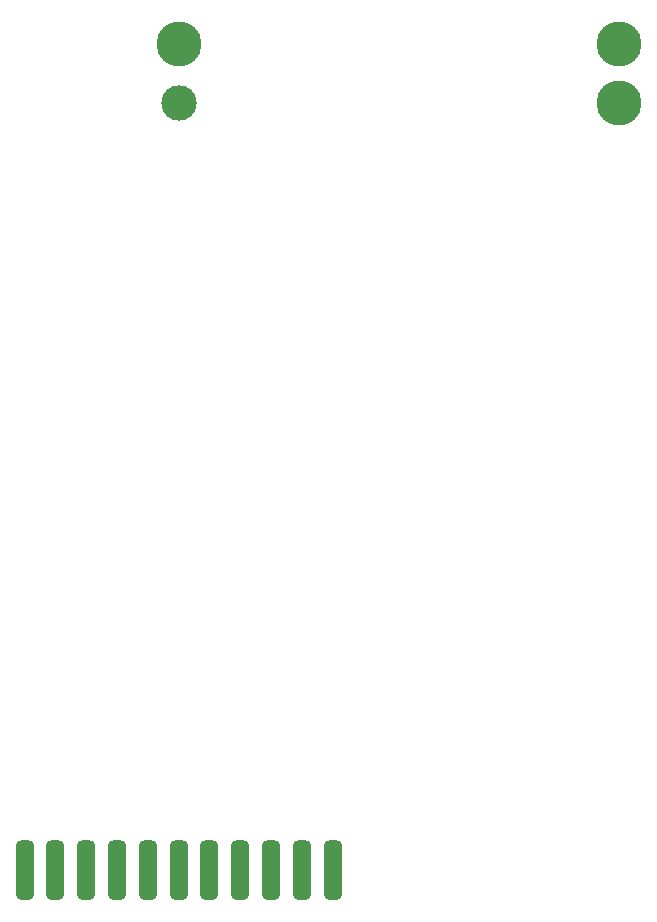
<source format=gbs>
G04 #@! TF.GenerationSoftware,KiCad,Pcbnew,7.0.7*
G04 #@! TF.CreationDate,2024-12-02T13:55:21+01:00*
G04 #@! TF.ProjectId,Finger_FSR_V1_height,46696e67-6572-45f4-9653-525f56315f68,rev?*
G04 #@! TF.SameCoordinates,Original*
G04 #@! TF.FileFunction,Soldermask,Bot*
G04 #@! TF.FilePolarity,Negative*
%FSLAX46Y46*%
G04 Gerber Fmt 4.6, Leading zero omitted, Abs format (unit mm)*
G04 Created by KiCad (PCBNEW 7.0.7) date 2024-12-02 13:55:21*
%MOMM*%
%LPD*%
G01*
G04 APERTURE LIST*
G04 Aperture macros list*
%AMRoundRect*
0 Rectangle with rounded corners*
0 $1 Rounding radius*
0 $2 $3 $4 $5 $6 $7 $8 $9 X,Y pos of 4 corners*
0 Add a 4 corners polygon primitive as box body*
4,1,4,$2,$3,$4,$5,$6,$7,$8,$9,$2,$3,0*
0 Add four circle primitives for the rounded corners*
1,1,$1+$1,$2,$3*
1,1,$1+$1,$4,$5*
1,1,$1+$1,$6,$7*
1,1,$1+$1,$8,$9*
0 Add four rect primitives between the rounded corners*
20,1,$1+$1,$2,$3,$4,$5,0*
20,1,$1+$1,$4,$5,$6,$7,0*
20,1,$1+$1,$6,$7,$8,$9,0*
20,1,$1+$1,$8,$9,$2,$3,0*%
G04 Aperture macros list end*
%ADD10C,3.000000*%
%ADD11C,3.800000*%
%ADD12RoundRect,0.375000X0.375000X-2.125000X0.375000X2.125000X-0.375000X2.125000X-0.375000X-2.125000X0*%
G04 APERTURE END LIST*
D10*
X116150000Y-78650000D03*
D11*
X116150000Y-73650000D03*
X153450000Y-78650000D03*
X153450000Y-73650000D03*
D12*
X116149996Y-143650000D03*
X108324999Y-143650000D03*
X123974995Y-143650000D03*
X121366662Y-143650000D03*
X113541663Y-143650000D03*
X110933330Y-143650000D03*
X129191661Y-143650000D03*
X105716666Y-143650000D03*
X126583328Y-143650000D03*
X118758329Y-143650000D03*
X103108333Y-143650000D03*
M02*

</source>
